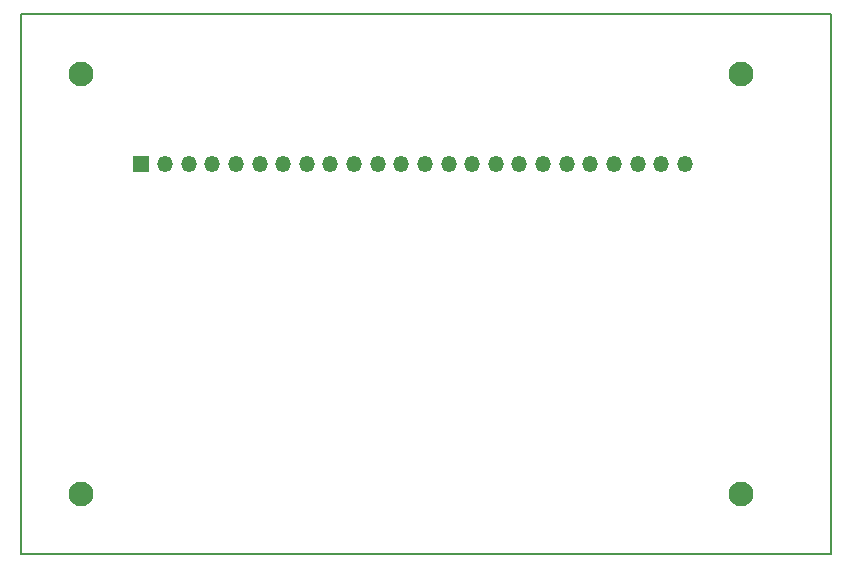
<source format=gbr>
%TF.GenerationSoftware,KiCad,Pcbnew,(6.0.1)*%
%TF.CreationDate,2022-02-07T14:27:38+00:00*%
%TF.ProjectId,24p_fpc_keyboard,3234705f-6670-4635-9f6b-6579626f6172,rev?*%
%TF.SameCoordinates,Original*%
%TF.FileFunction,Soldermask,Bot*%
%TF.FilePolarity,Negative*%
%FSLAX46Y46*%
G04 Gerber Fmt 4.6, Leading zero omitted, Abs format (unit mm)*
G04 Created by KiCad (PCBNEW (6.0.1)) date 2022-02-07 14:27:38*
%MOMM*%
%LPD*%
G01*
G04 APERTURE LIST*
%TA.AperFunction,Profile*%
%ADD10C,0.200000*%
%TD*%
%ADD11C,2.100000*%
%ADD12R,1.350000X1.350000*%
%ADD13O,1.350000X1.350000*%
G04 APERTURE END LIST*
D10*
X175260000Y-48260000D02*
X106680000Y-48260000D01*
X106680000Y-48260000D02*
X106680000Y-93980000D01*
X106680000Y-93980000D02*
X175260000Y-93980000D01*
X175260000Y-93980000D02*
X175260000Y-48260000D01*
D11*
%TO.C,REF\u002A\u002A*%
X111760000Y-53340000D03*
%TD*%
%TO.C,REF\u002A\u002A*%
X167640000Y-53340000D03*
%TD*%
D12*
%TO.C,REF\u002A\u002A*%
X116840000Y-60960000D03*
D13*
X118840000Y-60960000D03*
X120840000Y-60960000D03*
X122840000Y-60960000D03*
X124840000Y-60960000D03*
X126840000Y-60960000D03*
X128840000Y-60960000D03*
X130840000Y-60960000D03*
X132840000Y-60960000D03*
X134840000Y-60960000D03*
X136840000Y-60960000D03*
X138840000Y-60960000D03*
X140840000Y-60960000D03*
X142840000Y-60960000D03*
X144840000Y-60960000D03*
X146840000Y-60960000D03*
X148840000Y-60960000D03*
X150840000Y-60960000D03*
X152840000Y-60960000D03*
X154840000Y-60960000D03*
X156840000Y-60960000D03*
X158840000Y-60960000D03*
X160840000Y-60960000D03*
X162840000Y-60960000D03*
%TD*%
D11*
%TO.C,REF\u002A\u002A*%
X111760000Y-88900000D03*
%TD*%
%TO.C,REF\u002A\u002A*%
X167640000Y-88900000D03*
%TD*%
M02*

</source>
